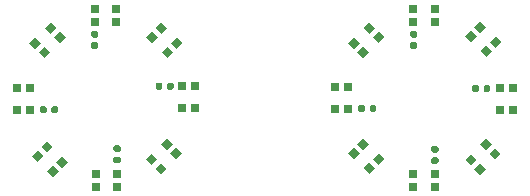
<source format=gtp>
G04 #@! TF.GenerationSoftware,KiCad,Pcbnew,5.1.10*
G04 #@! TF.CreationDate,2021-09-05T11:20:00+02:00*
G04 #@! TF.ProjectId,badge,62616467-652e-46b6-9963-61645f706362,rev?*
G04 #@! TF.SameCoordinates,Original*
G04 #@! TF.FileFunction,Paste,Top*
G04 #@! TF.FilePolarity,Positive*
%FSLAX46Y46*%
G04 Gerber Fmt 4.6, Leading zero omitted, Abs format (unit mm)*
G04 Created by KiCad (PCBNEW 5.1.10) date 2021-09-05 11:20:00*
%MOMM*%
%LPD*%
G01*
G04 APERTURE LIST*
%ADD10R,0.700000X0.700000*%
%ADD11C,0.100000*%
G04 APERTURE END LIST*
G36*
G01*
X158880000Y-119070000D02*
X158880000Y-118730000D01*
G75*
G02*
X159020000Y-118590000I140000J0D01*
G01*
X159300000Y-118590000D01*
G75*
G02*
X159440000Y-118730000I0J-140000D01*
G01*
X159440000Y-119070000D01*
G75*
G02*
X159300000Y-119210000I-140000J0D01*
G01*
X159020000Y-119210000D01*
G75*
G02*
X158880000Y-119070000I0J140000D01*
G01*
G37*
G36*
G01*
X157920000Y-119070000D02*
X157920000Y-118730000D01*
G75*
G02*
X158060000Y-118590000I140000J0D01*
G01*
X158340000Y-118590000D01*
G75*
G02*
X158480000Y-118730000I0J-140000D01*
G01*
X158480000Y-119070000D01*
G75*
G02*
X158340000Y-119210000I-140000J0D01*
G01*
X158060000Y-119210000D01*
G75*
G02*
X157920000Y-119070000I0J140000D01*
G01*
G37*
G36*
G01*
X168120000Y-117030000D02*
X168120000Y-117370000D01*
G75*
G02*
X167980000Y-117510000I-140000J0D01*
G01*
X167700000Y-117510000D01*
G75*
G02*
X167560000Y-117370000I0J140000D01*
G01*
X167560000Y-117030000D01*
G75*
G02*
X167700000Y-116890000I140000J0D01*
G01*
X167980000Y-116890000D01*
G75*
G02*
X168120000Y-117030000I0J-140000D01*
G01*
G37*
G36*
G01*
X169080000Y-117030000D02*
X169080000Y-117370000D01*
G75*
G02*
X168940000Y-117510000I-140000J0D01*
G01*
X168660000Y-117510000D01*
G75*
G02*
X168520000Y-117370000I0J140000D01*
G01*
X168520000Y-117030000D01*
G75*
G02*
X168660000Y-116890000I140000J0D01*
G01*
X168940000Y-116890000D01*
G75*
G02*
X169080000Y-117030000I0J-140000D01*
G01*
G37*
G36*
G01*
X162430000Y-112320000D02*
X162770000Y-112320000D01*
G75*
G02*
X162910000Y-112460000I0J-140000D01*
G01*
X162910000Y-112740000D01*
G75*
G02*
X162770000Y-112880000I-140000J0D01*
G01*
X162430000Y-112880000D01*
G75*
G02*
X162290000Y-112740000I0J140000D01*
G01*
X162290000Y-112460000D01*
G75*
G02*
X162430000Y-112320000I140000J0D01*
G01*
G37*
G36*
G01*
X162430000Y-113280000D02*
X162770000Y-113280000D01*
G75*
G02*
X162910000Y-113420000I0J-140000D01*
G01*
X162910000Y-113700000D01*
G75*
G02*
X162770000Y-113840000I-140000J0D01*
G01*
X162430000Y-113840000D01*
G75*
G02*
X162290000Y-113700000I0J140000D01*
G01*
X162290000Y-113420000D01*
G75*
G02*
X162430000Y-113280000I140000J0D01*
G01*
G37*
G36*
G01*
X135430000Y-112320000D02*
X135770000Y-112320000D01*
G75*
G02*
X135910000Y-112460000I0J-140000D01*
G01*
X135910000Y-112740000D01*
G75*
G02*
X135770000Y-112880000I-140000J0D01*
G01*
X135430000Y-112880000D01*
G75*
G02*
X135290000Y-112740000I0J140000D01*
G01*
X135290000Y-112460000D01*
G75*
G02*
X135430000Y-112320000I140000J0D01*
G01*
G37*
G36*
G01*
X135430000Y-113280000D02*
X135770000Y-113280000D01*
G75*
G02*
X135910000Y-113420000I0J-140000D01*
G01*
X135910000Y-113700000D01*
G75*
G02*
X135770000Y-113840000I-140000J0D01*
G01*
X135430000Y-113840000D01*
G75*
G02*
X135290000Y-113700000I0J140000D01*
G01*
X135290000Y-113420000D01*
G75*
G02*
X135430000Y-113280000I140000J0D01*
G01*
G37*
G36*
G01*
X131930000Y-119170000D02*
X131930000Y-118830000D01*
G75*
G02*
X132070000Y-118690000I140000J0D01*
G01*
X132350000Y-118690000D01*
G75*
G02*
X132490000Y-118830000I0J-140000D01*
G01*
X132490000Y-119170000D01*
G75*
G02*
X132350000Y-119310000I-140000J0D01*
G01*
X132070000Y-119310000D01*
G75*
G02*
X131930000Y-119170000I0J140000D01*
G01*
G37*
G36*
G01*
X130970000Y-119170000D02*
X130970000Y-118830000D01*
G75*
G02*
X131110000Y-118690000I140000J0D01*
G01*
X131390000Y-118690000D01*
G75*
G02*
X131530000Y-118830000I0J-140000D01*
G01*
X131530000Y-119170000D01*
G75*
G02*
X131390000Y-119310000I-140000J0D01*
G01*
X131110000Y-119310000D01*
G75*
G02*
X130970000Y-119170000I0J140000D01*
G01*
G37*
G36*
G01*
X164570000Y-123580000D02*
X164230000Y-123580000D01*
G75*
G02*
X164090000Y-123440000I0J140000D01*
G01*
X164090000Y-123160000D01*
G75*
G02*
X164230000Y-123020000I140000J0D01*
G01*
X164570000Y-123020000D01*
G75*
G02*
X164710000Y-123160000I0J-140000D01*
G01*
X164710000Y-123440000D01*
G75*
G02*
X164570000Y-123580000I-140000J0D01*
G01*
G37*
G36*
G01*
X164570000Y-122620000D02*
X164230000Y-122620000D01*
G75*
G02*
X164090000Y-122480000I0J140000D01*
G01*
X164090000Y-122200000D01*
G75*
G02*
X164230000Y-122060000I140000J0D01*
G01*
X164570000Y-122060000D01*
G75*
G02*
X164710000Y-122200000I0J-140000D01*
G01*
X164710000Y-122480000D01*
G75*
G02*
X164570000Y-122620000I-140000J0D01*
G01*
G37*
G36*
G01*
X137670000Y-123530000D02*
X137330000Y-123530000D01*
G75*
G02*
X137190000Y-123390000I0J140000D01*
G01*
X137190000Y-123110000D01*
G75*
G02*
X137330000Y-122970000I140000J0D01*
G01*
X137670000Y-122970000D01*
G75*
G02*
X137810000Y-123110000I0J-140000D01*
G01*
X137810000Y-123390000D01*
G75*
G02*
X137670000Y-123530000I-140000J0D01*
G01*
G37*
G36*
G01*
X137670000Y-122570000D02*
X137330000Y-122570000D01*
G75*
G02*
X137190000Y-122430000I0J140000D01*
G01*
X137190000Y-122150000D01*
G75*
G02*
X137330000Y-122010000I140000J0D01*
G01*
X137670000Y-122010000D01*
G75*
G02*
X137810000Y-122150000I0J-140000D01*
G01*
X137810000Y-122430000D01*
G75*
G02*
X137670000Y-122570000I-140000J0D01*
G01*
G37*
G36*
G01*
X142280000Y-116830000D02*
X142280000Y-117170000D01*
G75*
G02*
X142140000Y-117310000I-140000J0D01*
G01*
X141860000Y-117310000D01*
G75*
G02*
X141720000Y-117170000I0J140000D01*
G01*
X141720000Y-116830000D01*
G75*
G02*
X141860000Y-116690000I140000J0D01*
G01*
X142140000Y-116690000D01*
G75*
G02*
X142280000Y-116830000I0J-140000D01*
G01*
G37*
G36*
G01*
X141320000Y-116830000D02*
X141320000Y-117170000D01*
G75*
G02*
X141180000Y-117310000I-140000J0D01*
G01*
X140900000Y-117310000D01*
G75*
G02*
X140760000Y-117170000I0J140000D01*
G01*
X140760000Y-116830000D01*
G75*
G02*
X140900000Y-116690000I140000J0D01*
G01*
X141180000Y-116690000D01*
G75*
G02*
X141320000Y-116830000I0J-140000D01*
G01*
G37*
D10*
X137415000Y-111550000D03*
X137415000Y-110450000D03*
X135585000Y-110450000D03*
X135585000Y-111550000D03*
X162585000Y-111550000D03*
X162585000Y-110450000D03*
X164415000Y-110450000D03*
X164415000Y-111550000D03*
D11*
G36*
X139969114Y-112841906D02*
G01*
X140464089Y-112346931D01*
X140959064Y-112841906D01*
X140464089Y-113336881D01*
X139969114Y-112841906D01*
G37*
G36*
X140746931Y-112064089D02*
G01*
X141241906Y-111569114D01*
X141736881Y-112064089D01*
X141241906Y-112559064D01*
X140746931Y-112064089D01*
G37*
G36*
X142040936Y-113358094D02*
G01*
X142535911Y-112863119D01*
X143030886Y-113358094D01*
X142535911Y-113853069D01*
X142040936Y-113358094D01*
G37*
G36*
X141263119Y-114135911D02*
G01*
X141758094Y-113640936D01*
X142253069Y-114135911D01*
X141758094Y-114630886D01*
X141263119Y-114135911D01*
G37*
G36*
X168263119Y-114035911D02*
G01*
X168758094Y-113540936D01*
X169253069Y-114035911D01*
X168758094Y-114530886D01*
X168263119Y-114035911D01*
G37*
G36*
X169040936Y-113258094D02*
G01*
X169535911Y-112763119D01*
X170030886Y-113258094D01*
X169535911Y-113753069D01*
X169040936Y-113258094D01*
G37*
G36*
X167746931Y-111964089D02*
G01*
X168241906Y-111469114D01*
X168736881Y-111964089D01*
X168241906Y-112459064D01*
X167746931Y-111964089D01*
G37*
G36*
X166969114Y-112741906D02*
G01*
X167464089Y-112246931D01*
X167959064Y-112741906D01*
X167464089Y-113236881D01*
X166969114Y-112741906D01*
G37*
D10*
X143000000Y-118830000D03*
X144100000Y-118830000D03*
X144100000Y-117000000D03*
X143000000Y-117000000D03*
X169950000Y-117185000D03*
X171050000Y-117185000D03*
X171050000Y-119015000D03*
X169950000Y-119015000D03*
D11*
G36*
X141694005Y-121411020D02*
G01*
X142188980Y-121905995D01*
X141694005Y-122400970D01*
X141199030Y-121905995D01*
X141694005Y-121411020D01*
G37*
G36*
X142471822Y-122188837D02*
G01*
X142966797Y-122683812D01*
X142471822Y-123178787D01*
X141976847Y-122683812D01*
X142471822Y-122188837D01*
G37*
G36*
X141177817Y-123482842D02*
G01*
X141672792Y-123977817D01*
X141177817Y-124472792D01*
X140682842Y-123977817D01*
X141177817Y-123482842D01*
G37*
G36*
X140400000Y-122705025D02*
G01*
X140894975Y-123200000D01*
X140400000Y-123694975D01*
X139905025Y-123200000D01*
X140400000Y-122705025D01*
G37*
G36*
X167428178Y-122721213D02*
G01*
X167923153Y-123216188D01*
X167428178Y-123711163D01*
X166933203Y-123216188D01*
X167428178Y-122721213D01*
G37*
G36*
X168205995Y-123499030D02*
G01*
X168700970Y-123994005D01*
X168205995Y-124488980D01*
X167711020Y-123994005D01*
X168205995Y-123499030D01*
G37*
G36*
X169500000Y-122205025D02*
G01*
X169994975Y-122700000D01*
X169500000Y-123194975D01*
X169005025Y-122700000D01*
X169500000Y-122205025D01*
G37*
G36*
X168722183Y-121427208D02*
G01*
X169217158Y-121922183D01*
X168722183Y-122417158D01*
X168227208Y-121922183D01*
X168722183Y-121427208D01*
G37*
D10*
X135670000Y-124400000D03*
X135670000Y-125500000D03*
X137500000Y-125500000D03*
X137500000Y-124400000D03*
X164415000Y-124450000D03*
X164415000Y-125550000D03*
X162585000Y-125550000D03*
X162585000Y-124450000D03*
D11*
G36*
X133330886Y-123408094D02*
G01*
X132835911Y-123903069D01*
X132340936Y-123408094D01*
X132835911Y-122913119D01*
X133330886Y-123408094D01*
G37*
G36*
X132553069Y-124185911D02*
G01*
X132058094Y-124680886D01*
X131563119Y-124185911D01*
X132058094Y-123690936D01*
X132553069Y-124185911D01*
G37*
G36*
X131259064Y-122891906D02*
G01*
X130764089Y-123386881D01*
X130269114Y-122891906D01*
X130764089Y-122396931D01*
X131259064Y-122891906D01*
G37*
G36*
X132036881Y-122114089D02*
G01*
X131541906Y-122609064D01*
X131046931Y-122114089D01*
X131541906Y-121619114D01*
X132036881Y-122114089D01*
G37*
G36*
X158836881Y-121864089D02*
G01*
X158341906Y-122359064D01*
X157846931Y-121864089D01*
X158341906Y-121369114D01*
X158836881Y-121864089D01*
G37*
G36*
X158059064Y-122641906D02*
G01*
X157564089Y-123136881D01*
X157069114Y-122641906D01*
X157564089Y-122146931D01*
X158059064Y-122641906D01*
G37*
G36*
X159353069Y-123935911D02*
G01*
X158858094Y-124430886D01*
X158363119Y-123935911D01*
X158858094Y-123440936D01*
X159353069Y-123935911D01*
G37*
G36*
X160130886Y-123158094D02*
G01*
X159635911Y-123653069D01*
X159140936Y-123158094D01*
X159635911Y-122663119D01*
X160130886Y-123158094D01*
G37*
D10*
X130100000Y-117170000D03*
X129000000Y-117170000D03*
X129000000Y-119000000D03*
X130100000Y-119000000D03*
X157050000Y-118915000D03*
X155950000Y-118915000D03*
X155950000Y-117085000D03*
X157050000Y-117085000D03*
D11*
G36*
X132635911Y-113336881D02*
G01*
X132140936Y-112841906D01*
X132635911Y-112346931D01*
X133130886Y-112841906D01*
X132635911Y-113336881D01*
G37*
G36*
X131858094Y-112559064D02*
G01*
X131363119Y-112064089D01*
X131858094Y-111569114D01*
X132353069Y-112064089D01*
X131858094Y-112559064D01*
G37*
G36*
X130564089Y-113853069D02*
G01*
X130069114Y-113358094D01*
X130564089Y-112863119D01*
X131059064Y-113358094D01*
X130564089Y-113853069D01*
G37*
G36*
X131341906Y-114630886D02*
G01*
X130846931Y-114135911D01*
X131341906Y-113640936D01*
X131836881Y-114135911D01*
X131341906Y-114630886D01*
G37*
G36*
X158341906Y-114630886D02*
G01*
X157846931Y-114135911D01*
X158341906Y-113640936D01*
X158836881Y-114135911D01*
X158341906Y-114630886D01*
G37*
G36*
X157564089Y-113853069D02*
G01*
X157069114Y-113358094D01*
X157564089Y-112863119D01*
X158059064Y-113358094D01*
X157564089Y-113853069D01*
G37*
G36*
X158858094Y-112559064D02*
G01*
X158363119Y-112064089D01*
X158858094Y-111569114D01*
X159353069Y-112064089D01*
X158858094Y-112559064D01*
G37*
G36*
X159635911Y-113336881D02*
G01*
X159140936Y-112841906D01*
X159635911Y-112346931D01*
X160130886Y-112841906D01*
X159635911Y-113336881D01*
G37*
M02*

</source>
